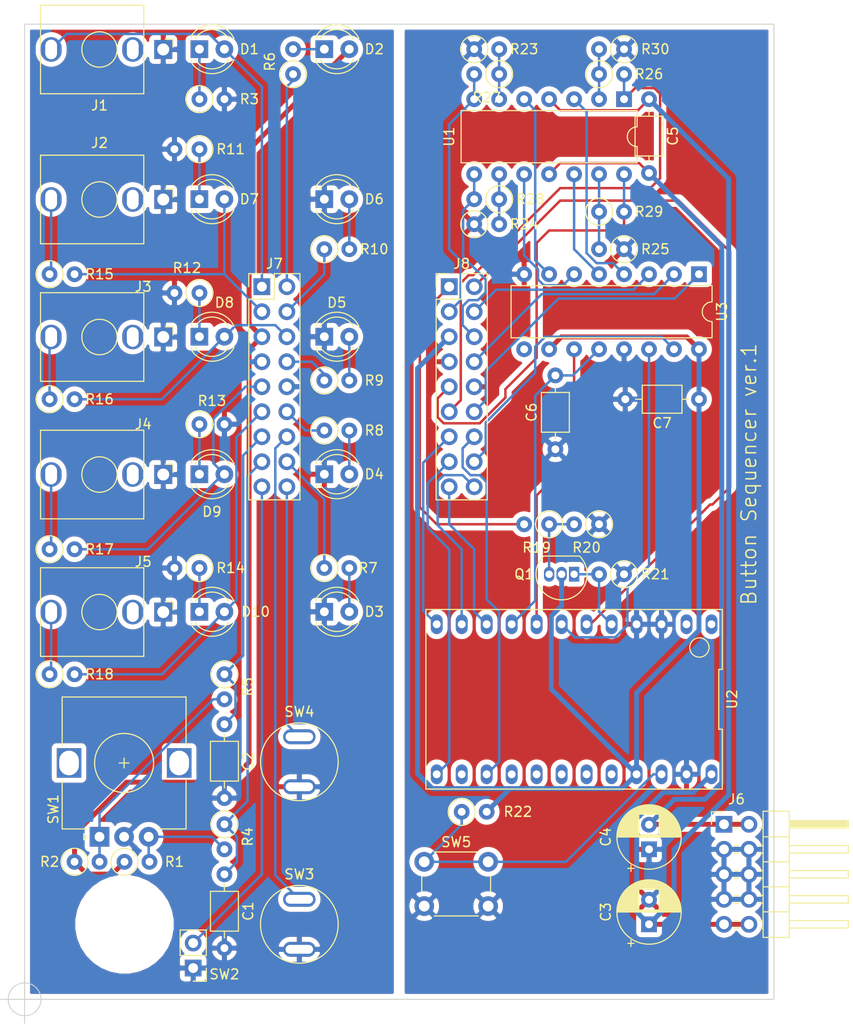
<source format=kicad_pcb>
(kicad_pcb (version 20171130) (host pcbnew "(5.1.8-0-10_14)")
  (layers (0 F.Cu signal) (31 B.Cu signal) (34 B.Paste user) (35 F.Paste user) (36 B.SilkS user) (37 F.SilkS user) (38 B.Mask user) (39 F.Mask user) (44 Edge.Cuts user))
  (net 0 "")
  (net 1 GND)
  (net 2 /Sheet62419879/re_2)
  (net 3 /Sheet62419879/re_1)
  (net 4 "Net-(D1-Pad1)")
  (net 5 /Sheet62419879/clock_in)
  (net 6 "Net-(D2-Pad1)")
  (net 7 +5V)
  (net 8 "Net-(D3-Pad2)")
  (net 9 "Net-(D4-Pad2)")
  (net 10 "Net-(D5-Pad2)")
  (net 11 "Net-(D6-Pad2)")
  (net 12 /Sheet62419879/gate_1)
  (net 13 "Net-(D7-Pad1)")
  (net 14 /Sheet62419879/gate_2)
  (net 15 "Net-(D8-Pad1)")
  (net 16 /Sheet62419879/gate_3)
  (net 17 "Net-(D9-Pad1)")
  (net 18 "Net-(D10-Pad1)")
  (net 19 /Sheet62419879/gate_4)
  (net 20 "Net-(J1-PadTN)")
  (net 21 "Net-(J2-PadTN)")
  (net 22 "Net-(J2-PadT)")
  (net 23 "Net-(J3-PadT)")
  (net 24 "Net-(J3-PadTN)")
  (net 25 "Net-(J4-PadTN)")
  (net 26 "Net-(J4-PadT)")
  (net 27 "Net-(J5-PadT)")
  (net 28 "Net-(J5-PadTN)")
  (net 29 /Sheet62419879/seq_start)
  (net 30 /Sheet62419879/select_1)
  (net 31 /Sheet62419879/select_2)
  (net 32 /Sheet62419879/select_3)
  (net 33 /Sheet62419879/sw_enter)
  (net 34 /Sheet62419879/select_4)
  (net 35 /Sheet62419879/sw_func_2)
  (net 36 /Sheet62419879/sw_func_1)
  (net 37 "Net-(R1-Pad2)")
  (net 38 "Net-(R2-Pad2)")
  (net 39 +12V)
  (net 40 -12V)
  (net 41 /Sheet62451AD7/595_latch)
  (net 42 /Sheet62451AD7/clock_in)
  (net 43 /Sheet62451AD7/seq_start)
  (net 44 /Sheet62451AD7/gate_1)
  (net 45 /Sheet62451AD7/select_1)
  (net 46 /Sheet62451AD7/gate_2)
  (net 47 /Sheet62451AD7/select_2)
  (net 48 /Sheet62451AD7/gate_3)
  (net 49 /Sheet62451AD7/gate_4)
  (net 50 /Sheet62451AD7/select_3)
  (net 51 /Sheet62451AD7/re_1)
  (net 52 /Sheet62451AD7/sw_func_2)
  (net 53 /Sheet62451AD7/re_2)
  (net 54 /Sheet62451AD7/select_4)
  (net 55 /Sheet62451AD7/sw_enter)
  (net 56 /Sheet62451AD7/sw_func_1)
  (net 57 "Net-(Q1-Pad3)")
  (net 58 /Sheet62451AD7/clock)
  (net 59 "Net-(R22-Pad1)")
  (net 60 "Net-(R23-Pad2)")
  (net 61 "Net-(R24-Pad2)")
  (net 62 "Net-(R25-Pad2)")
  (net 63 "Net-(R26-Pad2)")
  (net 64 /Sheet62451AD7/gate1)
  (net 65 /Sheet62451AD7/gate3)
  (net 66 /Sheet62451AD7/gate2)
  (net 67 /Sheet62451AD7/gate4)
  (net 68 "Net-(U2-Pad1)")
  (net 69 "Net-(U2-Pad2)")
  (net 70 "Net-(U2-Pad20)")
  (net 71 "Net-(U2-Pad19)")
  (net 72 "Net-(U2-Pad18)")
  (net 73 /Sheet62451AD7/595_data)
  (net 74 "Net-(U2-Pad17)")
  (net 75 /Sheet62451AD7/595_clock)
  (net 76 "Net-(U2-Pad16)")
  (net 77 "Net-(U2-Pad14)")
  (net 78 "Net-(U3-Pad9)")
  (module Attenuverter:MountingHole_9mm (layer F.Cu) (at 99.06 142.24)
    (fp_text reference REF** hide)
    (fp_text value MountingHole_9mm hide)
    (pad "" np_thru_hole circle (at 0 0) (size 9 9) (drill 9) (layers *.Cu *.Mask))
  )
  (module Capacitor_THT:C_Axial_L3.8mm_D2.6mm_P7.50mm_Horizontal (layer F.Cu) (at 109.22 137.16 270)
    (fp_text reference C1 (at 3.75 -2.42 90) (layer F.SilkS))
    (fp_text value 0.1u)
    (pad 2 thru_hole oval (at 7.5 0 270) (size 1.6 1.6) (drill 0.8) (layers *.Cu *.Mask) (net 1 GND))
    (pad 1 thru_hole circle (at 0 0 270) (size 1.6 1.6) (drill 0.8) (layers *.Cu *.Mask) (net 2 /Sheet62419879/re_2))
  )
  (module Capacitor_THT:C_Axial_L3.8mm_D2.6mm_P7.50mm_Horizontal (layer F.Cu) (at 109.22 121.92 270)
    (fp_text reference C2 (at 3.75 -2.42 90) (layer F.SilkS))
    (fp_text value 0.1u)
    (pad 1 thru_hole circle (at 0 0 270) (size 1.6 1.6) (drill 0.8) (layers *.Cu *.Mask) (net 3 /Sheet62419879/re_1))
    (pad 2 thru_hole oval (at 7.5 0 270) (size 1.6 1.6) (drill 0.8) (layers *.Cu *.Mask) (net 1 GND))
  )
  (module LED_THT:LED_D4.0mm (layer F.Cu) (at 106.68 53.34)
    (fp_text reference D1 (at 5.08 0) (layer F.SilkS))
    (fp_text value clock)
    (pad 1 thru_hole rect (at 0 0) (size 1.8 1.8) (drill 0.9) (layers *.Cu *.Mask) (net 4 "Net-(D1-Pad1)"))
    (pad 2 thru_hole circle (at 2.54 0) (size 1.8 1.8) (drill 0.9) (layers *.Cu *.Mask) (net 5 /Sheet62419879/clock_in))
  )
  (module LED_THT:LED_D4.0mm (layer F.Cu) (at 119.38 53.34)
    (fp_text reference D2 (at 5.08 0) (layer F.SilkS))
    (fp_text value select4)
    (pad 1 thru_hole rect (at 0 0) (size 1.8 1.8) (drill 0.9) (layers *.Cu *.Mask) (net 6 "Net-(D2-Pad1)"))
    (pad 2 thru_hole circle (at 2.54 0) (size 1.8 1.8) (drill 0.9) (layers *.Cu *.Mask) (net 7 +5V))
  )
  (module LED_THT:LED_D4.0mm (layer F.Cu) (at 119.38 110.49)
    (fp_text reference D3 (at 5.08 0) (layer F.SilkS))
    (fp_text value select4)
    (pad 1 thru_hole rect (at 0 0) (size 1.8 1.8) (drill 0.9) (layers *.Cu *.Mask) (net 1 GND))
    (pad 2 thru_hole circle (at 2.54 0) (size 1.8 1.8) (drill 0.9) (layers *.Cu *.Mask) (net 8 "Net-(D3-Pad2)"))
  )
  (module LED_THT:LED_D4.0mm (layer F.Cu) (at 119.38 96.52)
    (fp_text reference D4 (at 5.08 0) (layer F.SilkS))
    (fp_text value select3)
    (pad 2 thru_hole circle (at 2.54 0) (size 1.8 1.8) (drill 0.9) (layers *.Cu *.Mask) (net 9 "Net-(D4-Pad2)"))
    (pad 1 thru_hole rect (at 0 0) (size 1.8 1.8) (drill 0.9) (layers *.Cu *.Mask) (net 1 GND))
  )
  (module LED_THT:LED_D4.0mm (layer F.Cu) (at 119.38 82.55)
    (fp_text reference D5 (at 1.27 -3.46) (layer F.SilkS))
    (fp_text value select2)
    (pad 1 thru_hole rect (at 0 0) (size 1.8 1.8) (drill 0.9) (layers *.Cu *.Mask) (net 1 GND))
    (pad 2 thru_hole circle (at 2.54 0) (size 1.8 1.8) (drill 0.9) (layers *.Cu *.Mask) (net 10 "Net-(D5-Pad2)"))
  )
  (module LED_THT:LED_D4.0mm (layer F.Cu) (at 119.38 68.58)
    (fp_text reference D6 (at 5.08 0) (layer F.SilkS))
    (fp_text value select1)
    (pad 2 thru_hole circle (at 2.54 0) (size 1.8 1.8) (drill 0.9) (layers *.Cu *.Mask) (net 11 "Net-(D6-Pad2)"))
    (pad 1 thru_hole rect (at 0 0) (size 1.8 1.8) (drill 0.9) (layers *.Cu *.Mask) (net 1 GND))
  )
  (module LED_THT:LED_D4.0mm (layer F.Cu) (at 106.68 68.58)
    (fp_text reference D7 (at 5.08 0) (layer F.SilkS))
    (fp_text value gate1)
    (pad 2 thru_hole circle (at 2.54 0) (size 1.8 1.8) (drill 0.9) (layers *.Cu *.Mask) (net 12 /Sheet62419879/gate_1))
    (pad 1 thru_hole rect (at 0 0) (size 1.8 1.8) (drill 0.9) (layers *.Cu *.Mask) (net 13 "Net-(D7-Pad1)"))
  )
  (module LED_THT:LED_D4.0mm (layer F.Cu) (at 106.68 82.55)
    (fp_text reference D8 (at 2.54 -3.46) (layer F.SilkS))
    (fp_text value gate2)
    (pad 2 thru_hole circle (at 2.54 0) (size 1.8 1.8) (drill 0.9) (layers *.Cu *.Mask) (net 14 /Sheet62419879/gate_2))
    (pad 1 thru_hole rect (at 0 0) (size 1.8 1.8) (drill 0.9) (layers *.Cu *.Mask) (net 15 "Net-(D8-Pad1)"))
  )
  (module LED_THT:LED_D4.0mm (layer F.Cu) (at 106.68 96.52)
    (fp_text reference D9 (at 1.27 3.81) (layer F.SilkS))
    (fp_text value gate3)
    (pad 2 thru_hole circle (at 2.54 0) (size 1.8 1.8) (drill 0.9) (layers *.Cu *.Mask) (net 16 /Sheet62419879/gate_3))
    (pad 1 thru_hole rect (at 0 0) (size 1.8 1.8) (drill 0.9) (layers *.Cu *.Mask) (net 17 "Net-(D9-Pad1)"))
  )
  (module LED_THT:LED_D4.0mm (layer F.Cu) (at 106.68 110.49)
    (fp_text reference D10 (at 5.715 0) (layer F.SilkS))
    (fp_text value gate4)
    (pad 1 thru_hole rect (at 0 0) (size 1.8 1.8) (drill 0.9) (layers *.Cu *.Mask) (net 18 "Net-(D10-Pad1)"))
    (pad 2 thru_hole circle (at 2.54 0) (size 1.8 1.8) (drill 0.9) (layers *.Cu *.Mask) (net 19 /Sheet62419879/gate_4))
  )
  (module Attenuverter:mono_jack_3.5mm (layer F.Cu) (at 96.52 53.34 270)
    (fp_text reference J1 (at 5.715 0 180) (layer F.SilkS))
    (fp_text value clock_in)
    (pad TN thru_hole oval (at 0.03 -3.38 90) (size 2.5 2.13) (drill oval 2 1.2) (layers *.Cu *.Mask) (net 20 "Net-(J1-PadTN)"))
    (pad T thru_hole oval (at 0.03 4.92 90) (size 2.5 2.13) (drill oval 2 1.2) (layers *.Cu *.Mask) (net 5 /Sheet62419879/clock_in))
    (pad S thru_hole rect (at 0.03 -6.48 90) (size 1.93 1.83) (drill 1.22) (layers *.Cu *.Mask) (net 1 GND))
  )
  (module Attenuverter:mono_jack_3.5mm (layer F.Cu) (at 96.52 68.58 270)
    (fp_text reference J2 (at -5.715 0 180) (layer F.SilkS))
    (fp_text value gate_out_1)
    (pad TN thru_hole oval (at 0.03 -3.38 90) (size 2.5 2.13) (drill oval 2 1.2) (layers *.Cu *.Mask) (net 21 "Net-(J2-PadTN)"))
    (pad T thru_hole oval (at 0.03 4.92 90) (size 2.5 2.13) (drill oval 2 1.2) (layers *.Cu *.Mask) (net 22 "Net-(J2-PadT)"))
    (pad S thru_hole rect (at 0.03 -6.48 90) (size 1.93 1.83) (drill 1.22) (layers *.Cu *.Mask) (net 1 GND))
  )
  (module Attenuverter:mono_jack_3.5mm (layer F.Cu) (at 96.52 82.55 270)
    (fp_text reference J3 (at -5.08 -4.445 180) (layer F.SilkS))
    (fp_text value gate_out_2)
    (pad S thru_hole rect (at 0.03 -6.48 90) (size 1.93 1.83) (drill 1.22) (layers *.Cu *.Mask) (net 1 GND))
    (pad T thru_hole oval (at 0.03 4.92 90) (size 2.5 2.13) (drill oval 2 1.2) (layers *.Cu *.Mask) (net 23 "Net-(J3-PadT)"))
    (pad TN thru_hole oval (at 0.03 -3.38 90) (size 2.5 2.13) (drill oval 2 1.2) (layers *.Cu *.Mask) (net 24 "Net-(J3-PadTN)"))
  )
  (module Attenuverter:mono_jack_3.5mm (layer F.Cu) (at 96.52 96.52 270)
    (fp_text reference J4 (at -5.08 -4.445 180) (layer F.SilkS))
    (fp_text value gate_out_3)
    (pad TN thru_hole oval (at 0.03 -3.38 90) (size 2.5 2.13) (drill oval 2 1.2) (layers *.Cu *.Mask) (net 25 "Net-(J4-PadTN)"))
    (pad T thru_hole oval (at 0.03 4.92 90) (size 2.5 2.13) (drill oval 2 1.2) (layers *.Cu *.Mask) (net 26 "Net-(J4-PadT)"))
    (pad S thru_hole rect (at 0.03 -6.48 90) (size 1.93 1.83) (drill 1.22) (layers *.Cu *.Mask) (net 1 GND))
  )
  (module Attenuverter:mono_jack_3.5mm (layer F.Cu) (at 96.52 110.49 270)
    (fp_text reference J5 (at -5.08 -4.445 180) (layer F.SilkS))
    (fp_text value gate_out_4)
    (pad S thru_hole rect (at 0.03 -6.48 90) (size 1.93 1.83) (drill 1.22) (layers *.Cu *.Mask) (net 1 GND))
    (pad T thru_hole oval (at 0.03 4.92 90) (size 2.5 2.13) (drill oval 2 1.2) (layers *.Cu *.Mask) (net 27 "Net-(J5-PadT)"))
    (pad TN thru_hole oval (at 0.03 -3.38 90) (size 2.5 2.13) (drill oval 2 1.2) (layers *.Cu *.Mask) (net 28 "Net-(J5-PadTN)"))
  )
  (module Connector_PinHeader_2.54mm:PinHeader_2x09_P2.54mm_Vertical (layer F.Cu) (at 113.03 77.47)
    (fp_text reference J7 (at 1.27 -2.33) (layer F.SilkS))
    (fp_text value Conn_02x09_Odd_Even)
    (pad 1 thru_hole rect (at 0 0) (size 1.7 1.7) (drill 1) (layers *.Cu *.Mask) (net 5 /Sheet62419879/clock_in))
    (pad 2 thru_hole oval (at 2.54 0) (size 1.7 1.7) (drill 1) (layers *.Cu *.Mask) (net 29 /Sheet62419879/seq_start))
    (pad 3 thru_hole oval (at 0 2.54) (size 1.7 1.7) (drill 1) (layers *.Cu *.Mask) (net 12 /Sheet62419879/gate_1))
    (pad 4 thru_hole oval (at 2.54 2.54) (size 1.7 1.7) (drill 1) (layers *.Cu *.Mask) (net 30 /Sheet62419879/select_1))
    (pad 5 thru_hole oval (at 0 5.08) (size 1.7 1.7) (drill 1) (layers *.Cu *.Mask) (net 7 +5V))
    (pad 6 thru_hole oval (at 2.54 5.08) (size 1.7 1.7) (drill 1) (layers *.Cu *.Mask) (net 14 /Sheet62419879/gate_2))
    (pad 7 thru_hole oval (at 0 7.62) (size 1.7 1.7) (drill 1) (layers *.Cu *.Mask) (net 1 GND))
    (pad 8 thru_hole oval (at 2.54 7.62) (size 1.7 1.7) (drill 1) (layers *.Cu *.Mask) (net 31 /Sheet62419879/select_2))
    (pad 9 thru_hole oval (at 0 10.16) (size 1.7 1.7) (drill 1) (layers *.Cu *.Mask) (net 16 /Sheet62419879/gate_3))
    (pad 10 thru_hole oval (at 2.54 10.16) (size 1.7 1.7) (drill 1) (layers *.Cu *.Mask) (net 1 GND))
    (pad 11 thru_hole oval (at 0 12.7) (size 1.7 1.7) (drill 1) (layers *.Cu *.Mask) (net 19 /Sheet62419879/gate_4))
    (pad 12 thru_hole oval (at 2.54 12.7) (size 1.7 1.7) (drill 1) (layers *.Cu *.Mask) (net 32 /Sheet62419879/select_3))
    (pad 13 thru_hole oval (at 0 15.24) (size 1.7 1.7) (drill 1) (layers *.Cu *.Mask) (net 3 /Sheet62419879/re_1))
    (pad 14 thru_hole oval (at 2.54 15.24) (size 1.7 1.7) (drill 1) (layers *.Cu *.Mask) (net 35 /Sheet62419879/sw_func_2))
    (pad 15 thru_hole oval (at 0 17.78) (size 1.7 1.7) (drill 1) (layers *.Cu *.Mask) (net 2 /Sheet62419879/re_2))
    (pad 16 thru_hole oval (at 2.54 17.78) (size 1.7 1.7) (drill 1) (layers *.Cu *.Mask) (net 34 /Sheet62419879/select_4))
    (pad 17 thru_hole oval (at 0 20.32) (size 1.7 1.7) (drill 1) (layers *.Cu *.Mask) (net 33 /Sheet62419879/sw_enter))
    (pad 18 thru_hole oval (at 2.54 20.32) (size 1.7 1.7) (drill 1) (layers *.Cu *.Mask) (net 36 /Sheet62419879/sw_func_1))
  )
  (module Resistor_THT:R_Axial_DIN0207_L6.3mm_D2.5mm_P2.54mm_Vertical (layer F.Cu) (at 99.06 135.89)
    (fp_text reference R1 (at 5.08 0) (layer F.SilkS))
    (fp_text value 10k)
    (pad 1 thru_hole circle (at 0 0) (size 1.6 1.6) (drill 0.8) (layers *.Cu *.Mask) (net 7 +5V))
    (pad 2 thru_hole oval (at 2.54 0) (size 1.6 1.6) (drill 0.8) (layers *.Cu *.Mask) (net 37 "Net-(R1-Pad2)"))
  )
  (module Resistor_THT:R_Axial_DIN0207_L6.3mm_D2.5mm_P2.54mm_Vertical (layer F.Cu) (at 93.98 135.89)
    (fp_text reference R2 (at -2.54 0) (layer F.SilkS))
    (fp_text value 10k)
    (pad 2 thru_hole oval (at 2.54 0) (size 1.6 1.6) (drill 0.8) (layers *.Cu *.Mask) (net 38 "Net-(R2-Pad2)"))
    (pad 1 thru_hole circle (at 0 0) (size 1.6 1.6) (drill 0.8) (layers *.Cu *.Mask) (net 7 +5V))
  )
  (module Resistor_THT:R_Axial_DIN0207_L6.3mm_D2.5mm_P2.54mm_Vertical (layer F.Cu) (at 106.68 58.42)
    (fp_text reference R3 (at 5.08 0) (layer F.SilkS))
    (fp_text value 10k)
    (pad 1 thru_hole circle (at 0 0) (size 1.6 1.6) (drill 0.8) (layers *.Cu *.Mask) (net 4 "Net-(D1-Pad1)"))
    (pad 2 thru_hole oval (at 2.54 0) (size 1.6 1.6) (drill 0.8) (layers *.Cu *.Mask) (net 1 GND))
  )
  (module Resistor_THT:R_Axial_DIN0207_L6.3mm_D2.5mm_P2.54mm_Vertical (layer F.Cu) (at 109.22 132.08 270)
    (fp_text reference R4 (at 1.27 -2.37 90) (layer F.SilkS))
    (fp_text value 10k)
    (pad 2 thru_hole oval (at 2.54 0 270) (size 1.6 1.6) (drill 0.8) (layers *.Cu *.Mask) (net 37 "Net-(R1-Pad2)"))
    (pad 1 thru_hole circle (at 0 0 270) (size 1.6 1.6) (drill 0.8) (layers *.Cu *.Mask) (net 2 /Sheet62419879/re_2))
  )
  (module Resistor_THT:R_Axial_DIN0207_L6.3mm_D2.5mm_P2.54mm_Vertical (layer F.Cu) (at 109.22 116.84 270)
    (fp_text reference R5 (at 1.27 -2.37 90) (layer F.SilkS))
    (fp_text value 10k)
    (pad 2 thru_hole oval (at 2.54 0 270) (size 1.6 1.6) (drill 0.8) (layers *.Cu *.Mask) (net 38 "Net-(R2-Pad2)"))
    (pad 1 thru_hole circle (at 0 0 270) (size 1.6 1.6) (drill 0.8) (layers *.Cu *.Mask) (net 3 /Sheet62419879/re_1))
  )
  (module Resistor_THT:R_Axial_DIN0207_L6.3mm_D2.5mm_P2.54mm_Vertical (layer F.Cu) (at 116.205 55.88 90)
    (fp_text reference R6 (at 1.27 -2.37 90) (layer F.SilkS))
    (fp_text value 1k)
    (pad 1 thru_hole circle (at 0 0 90) (size 1.6 1.6) (drill 0.8) (layers *.Cu *.Mask) (net 29 /Sheet62419879/seq_start))
    (pad 2 thru_hole oval (at 2.54 0 90) (size 1.6 1.6) (drill 0.8) (layers *.Cu *.Mask) (net 6 "Net-(D2-Pad1)"))
  )
  (module Resistor_THT:R_Axial_DIN0207_L6.3mm_D2.5mm_P2.54mm_Vertical (layer F.Cu) (at 119.38 106.045)
    (fp_text reference R7 (at 4.445 0) (layer F.SilkS))
    (fp_text value 1k)
    (pad 1 thru_hole circle (at 0 0) (size 1.6 1.6) (drill 0.8) (layers *.Cu *.Mask) (net 34 /Sheet62419879/select_4))
    (pad 2 thru_hole oval (at 2.54 0) (size 1.6 1.6) (drill 0.8) (layers *.Cu *.Mask) (net 8 "Net-(D3-Pad2)"))
  )
  (module Resistor_THT:R_Axial_DIN0207_L6.3mm_D2.5mm_P2.54mm_Vertical (layer F.Cu) (at 119.38 92.075)
    (fp_text reference R8 (at 5.08 0) (layer F.SilkS))
    (fp_text value 1k)
    (pad 2 thru_hole oval (at 2.54 0) (size 1.6 1.6) (drill 0.8) (layers *.Cu *.Mask) (net 9 "Net-(D4-Pad2)"))
    (pad 1 thru_hole circle (at 0 0) (size 1.6 1.6) (drill 0.8) (layers *.Cu *.Mask) (net 32 /Sheet62419879/select_3))
  )
  (module Resistor_THT:R_Axial_DIN0207_L6.3mm_D2.5mm_P2.54mm_Vertical (layer F.Cu) (at 119.38 86.995)
    (fp_text reference R9 (at 5.08 0) (layer F.SilkS))
    (fp_text value 1k)
    (pad 1 thru_hole circle (at 0 0) (size 1.6 1.6) (drill 0.8) (layers *.Cu *.Mask) (net 31 /Sheet62419879/select_2))
    (pad 2 thru_hole oval (at 2.54 0) (size 1.6 1.6) (drill 0.8) (layers *.Cu *.Mask) (net 10 "Net-(D5-Pad2)"))
  )
  (module Resistor_THT:R_Axial_DIN0207_L6.3mm_D2.5mm_P2.54mm_Vertical (layer F.Cu) (at 119.38 73.66)
    (fp_text reference R10 (at 5.08 0) (layer F.SilkS))
    (fp_text value 1k)
    (pad 2 thru_hole oval (at 2.54 0) (size 1.6 1.6) (drill 0.8) (layers *.Cu *.Mask) (net 11 "Net-(D6-Pad2)"))
    (pad 1 thru_hole circle (at 0 0) (size 1.6 1.6) (drill 0.8) (layers *.Cu *.Mask) (net 30 /Sheet62419879/select_1))
  )
  (module Resistor_THT:R_Axial_DIN0207_L6.3mm_D2.5mm_P2.54mm_Vertical (layer F.Cu) (at 106.68 63.5 180)
    (fp_text reference R11 (at -3.175 0) (layer F.SilkS))
    (fp_text value 3.3k)
    (pad 1 thru_hole circle (at 0 0 180) (size 1.6 1.6) (drill 0.8) (layers *.Cu *.Mask) (net 13 "Net-(D7-Pad1)"))
    (pad 2 thru_hole oval (at 2.54 0 180) (size 1.6 1.6) (drill 0.8) (layers *.Cu *.Mask) (net 1 GND))
  )
  (module Resistor_THT:R_Axial_DIN0207_L6.3mm_D2.5mm_P2.54mm_Vertical (layer F.Cu) (at 106.68 78.105 180)
    (fp_text reference R12 (at 1.27 2.54) (layer F.SilkS))
    (fp_text value 3.3k)
    (pad 1 thru_hole circle (at 0 0 180) (size 1.6 1.6) (drill 0.8) (layers *.Cu *.Mask) (net 15 "Net-(D8-Pad1)"))
    (pad 2 thru_hole oval (at 2.54 0 180) (size 1.6 1.6) (drill 0.8) (layers *.Cu *.Mask) (net 1 GND))
  )
  (module Resistor_THT:R_Axial_DIN0207_L6.3mm_D2.5mm_P2.54mm_Vertical (layer F.Cu) (at 106.68 91.44)
    (fp_text reference R13 (at 1.27 -2.37) (layer F.SilkS))
    (fp_text value 3.3k)
    (pad 2 thru_hole oval (at 2.54 0) (size 1.6 1.6) (drill 0.8) (layers *.Cu *.Mask) (net 1 GND))
    (pad 1 thru_hole circle (at 0 0) (size 1.6 1.6) (drill 0.8) (layers *.Cu *.Mask) (net 17 "Net-(D9-Pad1)"))
  )
  (module Resistor_THT:R_Axial_DIN0207_L6.3mm_D2.5mm_P2.54mm_Vertical (layer F.Cu) (at 106.68 106.045 180)
    (fp_text reference R14 (at -3.175 0) (layer F.SilkS))
    (fp_text value 3.3k)
    (pad 1 thru_hole circle (at 0 0 180) (size 1.6 1.6) (drill 0.8) (layers *.Cu *.Mask) (net 18 "Net-(D10-Pad1)"))
    (pad 2 thru_hole oval (at 2.54 0 180) (size 1.6 1.6) (drill 0.8) (layers *.Cu *.Mask) (net 1 GND))
  )
  (module Resistor_THT:R_Axial_DIN0207_L6.3mm_D2.5mm_P2.54mm_Vertical (layer F.Cu) (at 91.44 76.2)
    (fp_text reference R15 (at 5.08 0) (layer F.SilkS))
    (fp_text value 1k)
    (pad 2 thru_hole oval (at 2.54 0) (size 1.6 1.6) (drill 0.8) (layers *.Cu *.Mask) (net 12 /Sheet62419879/gate_1))
    (pad 1 thru_hole circle (at 0 0) (size 1.6 1.6) (drill 0.8) (layers *.Cu *.Mask) (net 22 "Net-(J2-PadT)"))
  )
  (module Resistor_THT:R_Axial_DIN0207_L6.3mm_D2.5mm_P2.54mm_Vertical (layer F.Cu) (at 91.44 88.9)
    (fp_text reference R16 (at 5.08 0) (layer F.SilkS))
    (fp_text value 1k)
    (pad 2 thru_hole oval (at 2.54 0) (size 1.6 1.6) (drill 0.8) (layers *.Cu *.Mask) (net 14 /Sheet62419879/gate_2))
    (pad 1 thru_hole circle (at 0 0) (size 1.6 1.6) (drill 0.8) (layers *.Cu *.Mask) (net 23 "Net-(J3-PadT)"))
  )
  (module Resistor_THT:R_Axial_DIN0207_L6.3mm_D2.5mm_P2.54mm_Vertical (layer F.Cu) (at 91.44 104.14)
    (fp_text reference R17 (at 5.08 0) (layer F.SilkS))
    (fp_text value 1k)
    (pad 2 thru_hole oval (at 2.54 0) (size 1.6 1.6) (drill 0.8) (layers *.Cu *.Mask) (net 16 /Sheet62419879/gate_3))
    (pad 1 thru_hole circle (at 0 0) (size 1.6 1.6) (drill 0.8) (layers *.Cu *.Mask) (net 26 "Net-(J4-PadT)"))
  )
  (module Resistor_THT:R_Axial_DIN0207_L6.3mm_D2.5mm_P2.54mm_Vertical (layer F.Cu) (at 91.44 116.84)
    (fp_text reference R18 (at 5.08 0) (layer F.SilkS))
    (fp_text value 1k)
    (pad 1 thru_hole circle (at 0 0) (size 1.6 1.6) (drill 0.8) (layers *.Cu *.Mask) (net 27 "Net-(J5-PadT)"))
    (pad 2 thru_hole oval (at 2.54 0) (size 1.6 1.6) (drill 0.8) (layers *.Cu *.Mask) (net 19 /Sheet62419879/gate_4))
  )
  (module Rotary_Encoder:RotaryEncoder_Alps_EC12E_Vertical_H20mm (layer F.Cu) (at 96.52 133.35 90)
    (fp_text reference SW1 (at 2.8 -4.7 90) (layer F.SilkS))
    (fp_text value Rotary_Encoder)
    (pad MP thru_hole rect (at 7.5 8.1 90) (size 3 2.5) (drill oval 2.5 2) (layers *.Cu *.Mask))
    (pad MP thru_hole rect (at 7.5 -3.1 90) (size 3 2.5) (drill oval 2.5 2) (layers *.Cu *.Mask))
    (pad B thru_hole circle (at 0 5 90) (size 2 2) (drill 1) (layers *.Cu *.Mask) (net 37 "Net-(R1-Pad2)"))
    (pad C thru_hole circle (at 0 2.5 90) (size 2 2) (drill 1) (layers *.Cu *.Mask) (net 1 GND))
    (pad A thru_hole rect (at 0 0 90) (size 2 2) (drill 1) (layers *.Cu *.Mask) (net 38 "Net-(R2-Pad2)"))
  )
  (module Attenuverter:push_button (layer F.Cu) (at 116.84 142.24 180)
    (fp_text reference SW3 (at 0 5.08) (layer F.SilkS))
    (fp_text value func2)
    (pad 1 thru_hole oval (at 0 -2.54 180) (size 3.3 1.524) (drill oval 2.8 0.9) (layers *.Cu *.Mask) (net 1 GND))
    (pad 2 thru_hole oval (at 0 2.54 180) (size 3.3 1.524) (drill oval 2.8 0.9) (layers *.Cu *.Mask) (net 35 /Sheet62419879/sw_func_2))
  )
  (module Attenuverter:push_button (layer F.Cu) (at 116.84 125.73 180)
    (fp_text reference SW4 (at 0 5.08) (layer F.SilkS))
    (fp_text value function)
    (pad 1 thru_hole oval (at 0 -2.54 180) (size 3.3 1.524) (drill oval 2.8 0.9) (layers *.Cu *.Mask) (net 1 GND))
    (pad 2 thru_hole oval (at 0 2.54 180) (size 3.3 1.524) (drill oval 2.8 0.9) (layers *.Cu *.Mask) (net 36 /Sheet62419879/sw_func_1))
  )
  (module Connector_PinHeader_2.54mm:PinHeader_1x02_P2.54mm_Vertical (layer F.Cu) (at 106.045 146.685 180)
    (fp_text reference SW2 (at -3.175 -0.635) (layer F.SilkS))
    (fp_text value enter)
    (pad 2 thru_hole oval (at 0 2.54 180) (size 1.7 1.7) (drill 1) (layers *.Cu *.Mask) (net 33 /Sheet62419879/sw_enter))
    (pad 1 thru_hole rect (at 0 0 180) (size 1.7 1.7) (drill 1) (layers *.Cu *.Mask) (net 1 GND))
  )
  (module Capacitor_THT:CP_Radial_D6.3mm_P2.50mm (layer F.Cu) (at 152.4 142.24 90)
    (fp_text reference C3 (at 1.25 -4.4 90) (layer F.SilkS))
    (fp_text value 100u)
    (pad 1 thru_hole rect (at 0 0 90) (size 1.6 1.6) (drill 0.8) (layers *.Cu *.Mask) (net 39 +12V))
    (pad 2 thru_hole circle (at 2.5 0 90) (size 1.6 1.6) (drill 0.8) (layers *.Cu *.Mask) (net 1 GND))
  )
  (module Capacitor_THT:CP_Radial_D6.3mm_P2.50mm (layer F.Cu) (at 152.4 134.62 90)
    (fp_text reference C4 (at 1.25 -4.4 90) (layer F.SilkS))
    (fp_text value 100u)
    (pad 2 thru_hole circle (at 2.5 0 90) (size 1.6 1.6) (drill 0.8) (layers *.Cu *.Mask) (net 40 -12V))
    (pad 1 thru_hole rect (at 0 0 90) (size 1.6 1.6) (drill 0.8) (layers *.Cu *.Mask) (net 1 GND))
  )
  (module Capacitor_THT:C_Axial_L3.8mm_D2.6mm_P7.50mm_Horizontal (layer F.Cu) (at 152.4 58.42 270)
    (fp_text reference C5 (at 3.75 -2.42 90) (layer F.SilkS))
    (fp_text value 0.1u)
    (pad 1 thru_hole circle (at 0 0 270) (size 1.6 1.6) (drill 0.8) (layers *.Cu *.Mask) (net 39 +12V))
    (pad 2 thru_hole oval (at 7.5 0 270) (size 1.6 1.6) (drill 0.8) (layers *.Cu *.Mask) (net 40 -12V))
  )
  (module Capacitor_THT:C_Axial_L3.8mm_D2.6mm_P7.50mm_Horizontal (layer F.Cu) (at 142.875 93.98 90)
    (fp_text reference C6 (at 3.75 -2.42 90) (layer F.SilkS))
    (fp_text value 0.1u)
    (pad 2 thru_hole oval (at 7.5 0 90) (size 1.6 1.6) (drill 0.8) (layers *.Cu *.Mask) (net 41 /Sheet62451AD7/595_latch))
    (pad 1 thru_hole circle (at 0 0 90) (size 1.6 1.6) (drill 0.8) (layers *.Cu *.Mask) (net 1 GND))
  )
  (module Capacitor_THT:C_Axial_L3.8mm_D2.6mm_P7.50mm_Horizontal (layer F.Cu) (at 157.48 88.9 180)
    (fp_text reference C7 (at 3.75 -2.42) (layer F.SilkS))
    (fp_text value 0.1u)
    (pad 1 thru_hole circle (at 0 0 180) (size 1.6 1.6) (drill 0.8) (layers *.Cu *.Mask) (net 7 +5V))
    (pad 2 thru_hole oval (at 7.5 0 180) (size 1.6 1.6) (drill 0.8) (layers *.Cu *.Mask) (net 1 GND))
  )
  (module Connector_PinHeader_2.54mm:PinHeader_2x05_P2.54mm_Horizontal (layer F.Cu) (at 160.02 132.08)
    (fp_text reference J6 (at 1.27 -2.54) (layer F.SilkS))
    (fp_text value power_bus)
    (pad 1 thru_hole rect (at 0 0) (size 1.7 1.7) (drill 1) (layers *.Cu *.Mask) (net 40 -12V))
    (pad 2 thru_hole oval (at 2.54 0) (size 1.7 1.7) (drill 1) (layers *.Cu *.Mask) (net 40 -12V))
    (pad 3 thru_hole oval (at 0 2.54) (size 1.7 1.7) (drill 1) (layers *.Cu *.Mask) (net 1 GND))
    (pad 4 thru_hole oval (at 2.54 2.54) (size 1.7 1.7) (drill 1) (layers *.Cu *.Mask) (net 1 GND))
    (pad 5 thru_hole oval (at 0 5.08) (size 1.7 1.7) (drill 1) (layers *.Cu *.Mask) (net 1 GND))
    (pad 6 thru_hole oval (at 2.54 5.08) (size 1.7 1.7) (drill 1) (layers *.Cu *.Mask) (net 1 GND))
    (pad 7 thru_hole oval (at 0 7.62) (size 1.7 1.7) (drill 1) (layers *.Cu *.Mask) (net 1 GND))
    (pad 8 thru_hole oval (at 2.54 7.62) (size 1.7 1.7) (drill 1) (layers *.Cu *.Mask) (net 1 GND))
    (pad 9 thru_hole oval (at 0 10.16) (size 1.7 1.7) (drill 1) (layers *.Cu *.Mask) (net 39 +12V))
    (pad 10 thru_hole oval (at 2.54 10.16) (size 1.7 1.7) (drill 1) (layers *.Cu *.Mask) (net 39 +12V))
  )
  (module Connector_PinHeader_2.54mm:PinHeader_2x09_P2.54mm_Vertical (layer F.Cu) (at 132.08 77.47)
    (fp_text reference J8 (at 1.27 -2.33) (layer F.SilkS))
    (fp_text value Conn_02x09_Odd_Even)
    (pad 1 thru_hole rect (at 0 0) (size 1.7 1.7) (drill 1) (layers *.Cu *.Mask) (net 42 /Sheet62451AD7/clock_in))
    (pad 2 thru_hole oval (at 2.54 0) (size 1.7 1.7) (drill 1) (layers *.Cu *.Mask) (net 43 /Sheet62451AD7/seq_start))
    (pad 3 thru_hole oval (at 0 2.54) (size 1.7 1.7) (drill 1) (layers *.Cu *.Mask) (net 44 /Sheet62451AD7/gate_1))
    (pad 4 thru_hole oval (at 2.54 2.54) (size 1.7 1.7) (drill 1) (layers *.Cu *.Mask) (net 45 /Sheet62451AD7/select_1))
    (pad 5 thru_hole oval (at 0 5.08) (size 1.7 1.7) (drill 1) (layers *.Cu *.Mask) (net 7 +5V))
    (pad 6 thru_hole oval (at 2.54 5.08) (size 1.7 1.7) (drill 1) (layers *.Cu *.Mask) (net 46 /Sheet62451AD7/gate_2))
    (pad 7 thru_hole oval (at 0 7.62) (size 1.7 1.7) (drill 1) (layers *.Cu *.Mask) (net 1 GND))
    (pad 8 thru_hole oval (at 2.54 7.62) (size 1.7 1.7) (drill 1) (layers *.Cu *.Mask) (net 47 /Sheet62451AD7/select_2))
    (pad 9 thru_hole oval (at 0 10.16) (size 1.7 1.7) (drill 1) (layers *.Cu *.Mask) (net 48 /Sheet62451AD7/gate_3))
    (pad 10 thru_hole oval (at 2.54 10.16) (size 1.7 1.7) (drill 1) (layers *.Cu *.Mask) (net 1 GND))
    (pad 11 thru_hole oval (at 0 12.7) (size 1.7 1.7) (drill 1) (layers *.Cu *.Mask) (net 49 /Sheet62451AD7/gate_4))
    (pad 12 thru_hole oval (at 2.54 12.7) (size 1.7 1.7) (drill 1) (layers *.Cu *.Mask) (net 50 /Sheet62451AD7/select_3))
    (pad 13 thru_hole oval (at 0 15.24) (size 1.7 1.7) (drill 1) (layers *.Cu *.Mask) (net 51 /Sheet62451AD7/re_1))
    (pad 14 thru_hole oval (at 2.54 15.24) (size 1.7 1.7) (drill 1) (layers *.Cu *.Mask) (net 52 /Sheet62451AD7/sw_func_2))
    (pad 15 thru_hole oval (at 0 17.78) (size 1.7 1.7) (drill 1) (layers *.Cu *.Mask) (net 53 /Sheet62451AD7/re_2))
    (pad 16 thru_hole oval (at 2.54 17.78) (size 1.7 1.7) (drill 1) (layers *.Cu *.Mask) (net 54 /Sheet62451AD7/select_4))
    (pad 17 thru_hole oval (at 0 20.32) (size 1.7 1.7) (drill 1) (layers *.Cu *.Mask) (net 55 /Sheet62451AD7/sw_enter))
    (pad 18 thru_hole oval (at 2.54 20.32) (size 1.7 1.7) (drill 1) (layers *.Cu *.Mask) (net 56 /Sheet62451AD7/sw_func_1))
  )
  (module Package_TO_SOT_THT:TO-92_Inline (layer F.Cu) (at 144.78 106.68 180)
    (fp_text reference Q1 (at 5.08 0) (layer F.SilkS))
    (fp_text value 2SC1815)
    (pad 2 thru_hole oval (at 1.27 0 180) (size 1.05 1.5) (drill 0.75) (layers *.Cu *.Mask) (net 7 +5V))
    (pad 3 thru_hole oval (at 2.54 0 180) (size 1.05 1.5) (drill 0.75) (layers *.Cu *.Mask) (net 57 "Net-(Q1-Pad3)"))
    (pad 1 thru_hole rect (at 0 0 180) (size 1.05 1.5) (drill 0.75) (layers *.Cu *.Mask) (net 58 /Sheet62451AD7/clock))
  )
  (module Resistor_THT:R_Axial_DIN0207_L6.3mm_D2.5mm_P2.54mm_Vertical (layer F.Cu) (at 142.24 101.6 180)
    (fp_text reference R19 (at 1.27 -2.37) (layer F.SilkS))
    (fp_text value 100k)
    (pad 1 thru_hole circle (at 0 0 180) (size 1.6 1.6) (drill 0.8) (layers *.Cu *.Mask) (net 57 "Net-(Q1-Pad3)"))
    (pad 2 thru_hole oval (at 2.54 0 180) (size 1.6 1.6) (drill 0.8) (layers *.Cu *.Mask) (net 42 /Sheet62451AD7/clock_in))
  )
  (module Resistor_THT:R_Axial_DIN0207_L6.3mm_D2.5mm_P2.54mm_Vertical (layer F.Cu) (at 147.32 101.6 180)
    (fp_text reference R20 (at 1.27 -2.37) (layer F.SilkS))
    (fp_text value 100k)
    (pad 2 thru_hole oval (at 2.54 0 180) (size 1.6 1.6) (drill 0.8) (layers *.Cu *.Mask) (net 57 "Net-(Q1-Pad3)"))
    (pad 1 thru_hole circle (at 0 0 180) (size 1.6 1.6) (drill 0.8) (layers *.Cu *.Mask) (net 1 GND))
  )
  (module Resistor_THT:R_Axial_DIN0207_L6.3mm_D2.5mm_P2.54mm_Vertical (layer F.Cu) (at 149.86 106.68 180)
    (fp_text reference R21 (at -3.175 0) (layer F.SilkS))
    (fp_text value 100k)
    (pad 1 thru_hole circle (at 0 0 180) (size 1.6 1.6) (drill 0.8) (layers *.Cu *.Mask) (net 1 GND))
    (pad 2 thru_hole oval (at 2.54 0 180) (size 1.6 1.6) (drill 0.8) (layers *.Cu *.Mask) (net 58 /Sheet62451AD7/clock))
  )
  (module Resistor_THT:R_Axial_DIN0207_L6.3mm_D2.5mm_P2.54mm_Vertical (layer F.Cu) (at 133.35 130.81)
    (fp_text reference R22 (at 5.715 0) (layer F.SilkS))
    (fp_text value 10k)
    (pad 2 thru_hole oval (at 2.54 0) (size 1.6 1.6) (drill 0.8) (layers *.Cu *.Mask) (net 7 +5V))
    (pad 1 thru_hole circle (at 0 0) (size 1.6 1.6) (drill 0.8) (layers *.Cu *.Mask) (net 59 "Net-(R22-Pad1)"))
  )
  (module Resistor_THT:R_Axial_DIN0207_L6.3mm_D2.5mm_P2.54mm_Vertical (layer F.Cu) (at 134.62 53.34)
    (fp_text reference R23 (at 5.08 0) (layer F.SilkS))
    (fp_text value 10k)
    (pad 1 thru_hole circle (at 0 0) (size 1.6 1.6) (drill 0.8) (layers *.Cu *.Mask) (net 1 GND))
    (pad 2 thru_hole oval (at 2.54 0) (size 1.6 1.6) (drill 0.8) (layers *.Cu *.Mask) (net 60 "Net-(R23-Pad2)"))
  )
  (module Resistor_THT:R_Axial_DIN0207_L6.3mm_D2.5mm_P2.54mm_Vertical (layer F.Cu) (at 134.62 71.12)
    (fp_text reference R24 (at 5.08 0) (layer F.SilkS))
    (fp_text value 10k)
    (pad 1 thru_hole circle (at 0 0) (size 1.6 1.6) (drill 0.8) (layers *.Cu *.Mask) (net 1 GND))
    (pad 2 thru_hole oval (at 2.54 0) (size 1.6 1.6) (drill 0.8) (layers *.Cu *.Mask) (net 61 "Net-(R24-Pad2)"))
  )
  (module Resistor_THT:R_Axial_DIN0207_L6.3mm_D2.5mm_P2.54mm_Vertical (layer F.Cu) (at 149.86 73.66 180)
    (fp_text reference R25 (at -3.175 0) (layer F.SilkS))
    (fp_text value 10k)
    (pad 1 thru_hole circle (at 0 0 180) (size 1.6 1.6) (drill 0.8) (layers *.Cu *.Mask) (net 1 GND))
    (pad 2 thru_hole oval (at 2.54 0 180) (size 1.6 1.6) (drill 0.8) (layers *.Cu *.Mask) (net 62 "Net-(R25-Pad2)"))
  )
  (module Resistor_THT:R_Axial_DIN0207_L6.3mm_D2.5mm_P2.54mm_Vertical (layer F.Cu) (at 149.86 53.34 180)
    (fp_text reference R26 (at -2.54 -2.54) (layer F.SilkS))
    (fp_text value 10k)
    (pad 1 thru_hole circle (at 0 0 180) (size 1.6 1.6) (drill 0.8) (layers *.Cu *.Mask) (net 1 GND))
    (pad 2 thru_hole oval (at 2.54 0 180) (size 1.6 1.6) (drill 0.8) (layers *.Cu *.Mask) (net 63 "Net-(R26-Pad2)"))
  )
  (module Resistor_THT:R_Axial_DIN0207_L6.3mm_D2.5mm_P2.54mm_Vertical (layer F.Cu) (at 137.16 55.88 180)
    (fp_text reference R27 (at 1.27 -2.37) (layer F.SilkS))
    (fp_text value 10k)
    (pad 2 thru_hole oval (at 2.54 0 180) (size 1.6 1.6) (drill 0.8) (layers *.Cu *.Mask) (net 44 /Sheet62451AD7/gate_1))
    (pad 1 thru_hole circle (at 0 0 180) (size 1.6 1.6) (drill 0.8) (layers *.Cu *.Mask) (net 60 "Net-(R23-Pad2)"))
  )
  (module Resistor_THT:R_Axial_DIN0207_L6.3mm_D2.5mm_P2.54mm_Vertical (layer F.Cu) (at 137.16 68.58 180)
    (fp_text reference R28 (at -3.175 0) (layer F.SilkS))
    (fp_text value 10k)
    (pad 2 thru_hole oval (at 2.54 0 180) (size 1.6 1.6) (drill 0.8) (layers *.Cu *.Mask) (net 46 /Sheet62451AD7/gate_2))
    (pad 1 thru_hole circle (at 0 0 180) (size 1.6 1.6) (drill 0.8) (layers *.Cu *.Mask) (net 61 "Net-(R24-Pad2)"))
  )
  (module Resistor_THT:R_Axial_DIN0207_L6.3mm_D2.5mm_P2.54mm_Vertical (layer F.Cu) (at 147.32 69.85)
    (fp_text reference R29 (at 5.08 0) (layer F.SilkS))
    (fp_text value 10k)
    (pad 2 thru_hole oval (at 2.54 0) (size 1.6 1.6) (drill 0.8) (layers *.Cu *.Mask) (net 48 /Sheet62451AD7/gate_3))
    (pad 1 thru_hole circle (at 0 0) (size 1.6 1.6) (drill 0.8) (layers *.Cu *.Mask) (net 62 "Net-(R25-Pad2)"))
  )
  (module Resistor_THT:R_Axial_DIN0207_L6.3mm_D2.5mm_P2.54mm_Vertical (layer F.Cu) (at 147.32 55.88)
    (fp_text reference R30 (at 5.715 -2.54) (layer F.SilkS))
    (fp_text value 10k)
    (pad 2 thru_hole oval (at 2.54 0) (size 1.6 1.6) (drill 0.8) (layers *.Cu *.Mask) (net 49 /Sheet62451AD7/gate_4))
    (pad 1 thru_hole circle (at 0 0) (size 1.6 1.6) (drill 0.8) (layers *.Cu *.Mask) (net 63 "Net-(R26-Pad2)"))
  )
  (module Button_Switch_THT:SW_PUSH_6mm (layer F.Cu) (at 129.54 135.89)
    (fp_text reference SW5 (at 3.25 -2) (layer F.SilkS))
    (fp_text value SW_Push)
    (pad 2 thru_hole circle (at 0 4.5 90) (size 2 2) (drill 1.1) (layers *.Cu *.Mask) (net 1 GND))
    (pad 1 thru_hole circle (at 0 0 90) (size 2 2) (drill 1.1) (layers *.Cu *.Mask) (net 59 "Net-(R22-Pad1)"))
    (pad 2 thru_hole circle (at 6.5 4.5 90) (size 2 2) (drill 1.1) (layers *.Cu *.Mask) (net 1 GND))
    (pad 1 thru_hole circle (at 6.5 0 90) (size 2 2) (drill 1.1) (layers *.Cu *.Mask) (net 59 "Net-(R22-Pad1)"))
  )
  (module Package_DIP:DIP-14_W7.62mm (layer F.Cu) (at 149.86 58.42 270)
    (fp_text reference U1 (at 3.81 17.78 90) (layer F.SilkS))
    (fp_text value TL074)
    (pad 1 thru_hole rect (at 0 0 270) (size 1.6 1.6) (drill 0.8) (layers *.Cu *.Mask) (net 49 /Sheet62451AD7/gate_4))
    (pad 8 thru_hole oval (at 7.62 15.24 270) (size 1.6 1.6) (drill 0.8) (layers *.Cu *.Mask) (net 46 /Sheet62451AD7/gate_2))
    (pad 2 thru_hole oval (at 0 2.54 270) (size 1.6 1.6) (drill 0.8) (layers *.Cu *.Mask) (net 63 "Net-(R26-Pad2)"))
    (pad 9 thru_hole oval (at 7.62 12.7 270) (size 1.6 1.6) (drill 0.8) (layers *.Cu *.Mask) (net 61 "Net-(R24-Pad2)"))
    (pad 3 thru_hole oval (at 0 5.08 270) (size 1.6 1.6) (drill 0.8) (layers *.Cu *.Mask) (net 67 /Sheet62451AD7/gate4))
    (pad 10 thru_hole oval (at 7.62 10.16 270) (size 1.6 1.6) (drill 0.8) (layers *.Cu *.Mask) (net 66 /Sheet62451AD7/gate2))
    (pad 4 thru_hole oval (at 0 7.62 270) (size 1.6 1.6) (drill 0.8) (layers *.Cu *.Mask) (net 39 +12V))
    (pad 11 thru_hole oval (at 7.62 7.62 270) (size 1.6 1.6) (drill 0.8) (layers *.Cu *.Mask) (net 40 -12V))
    (pad 5 thru_hole oval (at 0 10.16 270) (size 1.6 1.6) (drill 0.8) (layers *.Cu *.Mask) (net 64 /Sheet62451AD7/gate1))
    (pad 12 thru_hole oval (at 7.62 5.08 270) (size 1.6 1.6) (drill 0.8) (layers *.Cu *.Mask) (net 65 /Sheet62451AD7/gate3))
    (pad 6 thru_hole oval (at 0 12.7 270) (size 1.6 1.6) (drill 0.8) (layers *.Cu *.Mask) (net 60 "Net-(R23-Pad2)"))
    (pad 13 thru_hole oval (at 7.62 2.54 270) (size 1.6 1.6) (drill 0.8) (layers *.Cu *.Mask) (net 62 "Net-(R25-Pad2)"))
    (pad 7 thru_hole oval (at 0 15.24 270) (size 1.6 1.6) (drill 0.8) (layers *.Cu *.Mask) (net 44 /Sheet62451AD7/gate_1))
    (pad 14 thru_hole oval (at 7.62 0 270) (size 1.6 1.6) (drill 0.8) (layers *.Cu *.Mask) (net 48 /Sheet62451AD7/gate_3))
  )
  (module ClockGenerator:Pro_Micro_Top_side_Up (layer F.Cu) (at 144.78 119.38 180)
    (fp_text reference U2 (at -16.07 0 90) (layer F.SilkS))
    (fp_text value ProMicro)
    (pad 24 thru_hole oval (at -13.97 -7.62 180) (size 1.2 2) (drill 0.8) (layers *.Cu *.Mask) (net 39 +12V))
    (pad 1 thru_hole oval (at -13.97 7.62 180) (size 1.2 2) (drill 0.8) (layers *.Cu *.Mask) (net 68 "Net-(U2-Pad1)"))
    (pad 23 thru_hole oval (at -11.43 -7.62 180) (size 1.2 2) (drill 0.8) (layers *.Cu *.Mask) (net 1 GND))
    (pad 2 thru_hole oval (at -11.43 7.62 180) (size 1.2 2) (drill 0.8) (layers *.Cu *.Mask) (net 69 "Net-(U2-Pad2)"))
    (pad 22 thru_hole oval (at -8.89 -7.62 180) (size 1.2 2) (drill 0.8) (layers *.Cu *.Mask) (net 59 "Net-(R22-Pad1)"))
    (pad 3 thru_hole oval (at -8.89 7.62 180) (size 1.2 2) (drill 0.8) (layers *.Cu *.Mask) (net 1 GND))
    (pad 21 thru_hole oval (at -6.35 -7.62 180) (size 1.2 2) (drill 0.8) (layers *.Cu *.Mask) (net 7 +5V))
    (pad 4 thru_hole oval (at -6.35 7.62 180) (size 1.2 2) (drill 0.8) (layers *.Cu *.Mask) (net 1 GND))
    (pad 20 thru_hole oval (at -3.81 -7.62 180) (size 1.2 2) (drill 0.8) (layers *.Cu *.Mask) (net 70 "Net-(U2-Pad20)"))
    (pad 5 thru_hole oval (at -3.81 7.62 180) (size 1.2 2) (drill 0.8) (layers *.Cu *.Mask) (net 58 /Sheet62451AD7/clock))
    (pad 19 thru_hole oval (at -1.27 -7.62 180) (size 1.2 2) (drill 0.8) (layers *.Cu *.Mask) (net 71 "Net-(U2-Pad19)"))
    (pad 6 thru_hole oval (at -1.27 7.62 180) (size 1.2 2) (drill 0.8) (layers *.Cu *.Mask) (net 43 /Sheet62451AD7/seq_start))
    (pad 18 thru_hole oval (at 1.27 -7.62 180) (size 1.2 2) (drill 0.8) (layers *.Cu *.Mask) (net 72 "Net-(U2-Pad18)"))
    (pad 7 thru_hole oval (at 1.27 7.62 180) (size 1.2 2) (drill 0.8) (layers *.Cu *.Mask) (net 73 /Sheet62451AD7/595_data))
    (pad 17 thru_hole oval (at 3.81 -7.62 180) (size 1.2 2) (drill 0.8) (layers *.Cu *.Mask) (net 74 "Net-(U2-Pad17)"))
    (pad 8 thru_hole oval (at 3.81 7.62 180) (size 1.2 2) (drill 0.8) (layers *.Cu *.Mask) (net 75 /Sheet62451AD7/595_clock))
    (pad 16 thru_hole oval (at 6.35 -7.62 180) (size 1.2 2) (drill 0.8) (layers *.Cu *.Mask) (net 76 "Net-(U2-Pad16)"))
    (pad 9 thru_hole oval (at 6.35 7.62 180) (size 1.2 2) (drill 0.8) (layers *.Cu *.Mask) (net 41 /Sheet62451AD7/595_latch))
    (pad 15 thru_hole oval (at 8.89 -7.62 180) (size 1.2 2) (drill 0.8) (layers *.Cu *.Mask) (net 52 /Sheet62451AD7/sw_func_2))
    (pad 10 thru_hole oval (at 8.89 7.62 180) (size 1.2 2) (drill 0.8) (layers *.Cu *.Mask) (net 55 /Sheet62451AD7/sw_enter))
    (pad 14 thru_hole oval (at 11.43 -7.62 180) (size 1.2 2) (drill 0.8) (layers *.Cu *.Mask) (net 77 "Net-(U2-Pad14)"))
    (pad 11 thru_hole oval (at 11.43 7.62 180) (size 1.2 2) (drill 0.8) (layers *.Cu *.Mask) (net 56 /Sheet62451AD7/sw_func_1))
    (pad 13 thru_hole oval (at 13.97 -7.62 180) (size 1.2 2) (drill 0.8) (layers *.Cu *.Mask) (net 53 /Sheet62451AD7/re_2))
    (pad 12 thru_hole oval (at 13.97 7.62 180) (size 1.2 2) (drill 0.8) (layers *.Cu *.Mask) (net 51 /Sheet62451AD7/re_1))
  )
  (module Package_DIP:DIP-16_W7.62mm (layer F.Cu) (at 157.48 76.2 270)
    (fp_text reference U3 (at 3.81 -2.33 90) (layer F.SilkS))
    (fp_text value 74HC595)
    (pad 1 thru_hole rect (at 0 0 270) (size 1.6 1.6) (drill 0.8) (layers *.Cu *.Mask) (net 50 /Sheet62451AD7/select_3))
    (pad 9 thru_hole oval (at 7.62 17.78 270) (size 1.6 1.6) (drill 0.8) (layers *.Cu *.Mask) (net 78 "Net-(U3-Pad9)"))
    (pad 2 thru_hole oval (at 0 2.54 270) (size 1.6 1.6) (drill 0.8) (layers *.Cu *.Mask) (net 47 /Sheet62451AD7/select_2))
    (pad 10 thru_hole oval (at 7.62 15.24 270) (size 1.6 1.6) (drill 0.8) (layers *.Cu *.Mask) (net 7 +5V))
    (pad 3 thru_hole oval (at 0 5.08 270) (size 1.6 1.6) (drill 0.8) (layers *.Cu *.Mask) (net 45 /Sheet62451AD7/select_1))
    (pad 11 thru_hole oval (at 7.62 12.7 270) (size 1.6 1.6) (drill 0.8) (layers *.Cu *.Mask) (net 75 /Sheet62451AD7/595_clock))
    (pad 4 thru_hole oval (at 0 7.62 270) (size 1.6 1.6) (drill 0.8) (layers *.Cu *.Mask) (net 67 /Sheet62451AD7/gate4))
    (pad 12 thru_hole oval (at 7.62 10.16 270) (size 1.6 1.6) (drill 0.8) (layers *.Cu *.Mask) (net 41 /Sheet62451AD7/595_latch))
    (pad 5 thru_hole oval (at 0 10.16 270) (size 1.6 1.6) (drill 0.8) (layers *.Cu *.Mask) (net 65 /Sheet62451AD7/gate3))
    (pad 13 thru_hole oval (at 7.62 7.62 270) (size 1.6 1.6) (drill 0.8) (layers *.Cu *.Mask) (net 1 GND))
    (pad 6 thru_hole oval (at 0 12.7 270) (size 1.6 1.6) (drill 0.8) (layers *.Cu *.Mask) (net 66 /Sheet62451AD7/gate2))
    (pad 14 thru_hole oval (at 7.62 5.08 270) (size 1.6 1.6) (drill 0.8) (layers *.Cu *.Mask) (net 73 /Sheet62451AD7/595_data))
    (pad 7 thru_hole oval (at 0 15.24 270) (size 1.6 1.6) (drill 0.8) (layers *.Cu *.Mask) (net 64 /Sheet62451AD7/gate1))
    (pad 15 thru_hole oval (at 7.62 2.54 270) (size 1.6 1.6) (drill 0.8) (layers *.Cu *.Mask) (net 54 /Sheet62451AD7/select_4))
    (pad 8 thru_hole oval (at 0 17.78 270) (size 1.6 1.6) (drill 0.8) (layers *.Cu *.Mask) (net 1 GND))
    (pad 16 thru_hole oval (at 7.62 0 270) (size 1.6 1.6) (drill 0.8) (layers *.Cu *.Mask) (net 7 +5V))
  )
  (target plus (at 88.9 149.86) (size 5) (width 0.1) (layer Edge.Cuts))
  (gr_line (start 127 50.8) (end 88.9 50.8) (layer Edge.Cuts) (width 0.1))
  (gr_line (start 88.9 149.86) (end 127 149.86) (layer Edge.Cuts) (width 0.1))
  (gr_line (start 88.9 50.8) (end 88.9 149.86) (layer Edge.Cuts) (width 0.1))
  (gr_text "Button Sequencer ver.1" (at 162.56 96.52 90) (layer F.SilkS) (effects (font (size 1.5 1.5))))
  (gr_line (start 165.1 50.8) (end 127 50.8) (layer Edge.Cuts) (width 0.1))
  (gr_line (start 165.1 149.86) (end 165.1 50.8) (layer Edge.Cuts) (width 0.1))
  (gr_line (start 127 149.86) (end 165.1 149.86) (layer Edge.Cuts) (width 0.1))
  (segment (start 111.57501 129.72499) (end 109.22 132.08) (width 0.25) (layer B.Cu) (net 2))
  (segment (start 111.57501 96.70499) (end 111.57501 129.72499) (width 0.25) (layer B.Cu) (net 2))
  (segment (start 113.03 95.25) (end 111.57501 96.70499) (width 0.25) (layer B.Cu) (net 2))
  (segment (start 109.22 132.08) (end 110.49 133.35) (width 0.25) (layer B.Cu) (net 2))
  (segment (start 110.49 135.89) (end 109.22 137.16) (width 0.25) (layer B.Cu) (net 2))
  (segment (start 110.49 133.35) (end 110.49 135.89) (width 0.25) (layer B.Cu) (net 2))
  (segment (start 111.125 114.935) (end 109.22 116.84) (width 0.25) (layer B.Cu) (net 3))
  (segment (start 111.125 94.615) (end 111.125 114.935) (width 0.25) (layer B.Cu) (net 3))
  (segment (start 113.03 92.71) (end 111.125 94.615) (width 0.25) (layer B.Cu) (net 3))
  (segment (start 110.345001 117.965001) (end 110.345001 120.794999) (width 0.25) (layer B.Cu) (net 3))
  (segment (start 110.345001 120.794999) (end 109.22 121.92) (width 0.25) (layer B.Cu) (net 3))
  (segment (start 109.22 116.84) (end 110.345001 117.965001) (width 0.25) (layer B.Cu) (net 3))
  (segment (start 106.68 53.34) (end 106.68 58.42) (width 0.25) (layer B.Cu) (net 4))
  (segment (start 107.67499 51.79499) (end 109.22 53.34) (width 0.25) (layer B.Cu) (net 5))
  (segment (start 93.17501 51.79499) (end 107.67499 51.79499) (width 0.25) (layer B.Cu) (net 5))
  (segment (start 91.6 53.37) (end 93.17501 51.79499) (width 0.25) (layer B.Cu) (net 5))
  (segment (start 113.03 57.15) (end 113.03 77.47) (width 0.25) (layer B.Cu) (net 5))
  (segment (start 109.22 53.34) (end 113.03 57.15) (width 0.25) (layer B.Cu) (net 5))
  (segment (start 116.84 53.34) (end 119.38 53.34) (width 0.25) (layer B.Cu) (net 6))
  (segment (start 111.729999 63.530001) (end 121.92 53.34) (width 0.5) (layer F.Cu) (net 7))
  (segment (start 111.729999 81.249999) (end 111.729999 63.530001) (width 0.5) (layer F.Cu) (net 7))
  (segment (start 113.03 82.55) (end 111.729999 81.249999) (width 0.5) (layer F.Cu) (net 7))
  (segment (start 113.03 82.55) (end 111.729999 83.850001) (width 0.5) (layer F.Cu) (net 7))
  (segment (start 111.729999 83.850001) (end 111.729999 125.760001) (width 0.5) (layer F.Cu) (net 7))
  (segment (start 93.98 133.079998) (end 93.98 135.89) (width 0.5) (layer F.Cu) (net 7))
  (segment (start 99.259997 127.800001) (end 93.98 133.079998) (width 0.5) (layer F.Cu) (net 7))
  (segment (start 109.689999 127.800001) (end 99.259997 127.800001) (width 0.5) (layer F.Cu) (net 7))
  (segment (start 111.729999 125.760001) (end 109.689999 127.800001) (width 0.5) (layer F.Cu) (net 7))
  (segment (start 95.230001 137.140001) (end 97.809999 137.140001) (width 0.5) (layer F.Cu) (net 7))
  (segment (start 97.809999 137.140001) (end 99.06 135.89) (width 0.5) (layer F.Cu) (net 7))
  (segment (start 93.98 135.89) (end 95.230001 137.140001) (width 0.5) (layer F.Cu) (net 7))
  (segment (start 143.490001 82.569999) (end 142.24 83.82) (width 0.5) (layer F.Cu) (net 7))
  (segment (start 156.229999 82.569999) (end 143.490001 82.569999) (width 0.5) (layer F.Cu) (net 7))
  (segment (start 157.48 83.82) (end 156.229999 82.569999) (width 0.5) (layer F.Cu) (net 7))
  (segment (start 149.67999 128.45001) (end 151.13 127) (width 0.5) (layer B.Cu) (net 7))
  (segment (start 128.859971 126.934909) (end 130.375072 128.45001) (width 0.5) (layer B.Cu) (net 7))
  (segment (start 128.859971 85.770029) (end 128.859971 126.934909) (width 0.5) (layer B.Cu) (net 7))
  (segment (start 132.08 82.55) (end 128.859971 85.770029) (width 0.5) (layer B.Cu) (net 7))
  (segment (start 142.45999 118.32999) (end 151.13 127) (width 0.5) (layer B.Cu) (net 7))
  (segment (start 142.45999 110.925072) (end 142.45999 118.32999) (width 0.5) (layer B.Cu) (net 7))
  (segment (start 143.51 109.875062) (end 142.45999 110.925072) (width 0.5) (layer B.Cu) (net 7))
  (segment (start 143.51 106.68) (end 143.51 109.875062) (width 0.5) (layer B.Cu) (net 7))
  (segment (start 157.48 83.82) (end 157.48 88.9) (width 0.5) (layer B.Cu) (net 7))
  (segment (start 151.13 118.724938) (end 151.13 127) (width 0.5) (layer B.Cu) (net 7))
  (segment (start 157.48 112.374938) (end 151.13 118.724938) (width 0.5) (layer B.Cu) (net 7))
  (segment (start 157.48 88.9) (end 157.48 112.374938) (width 0.5) (layer B.Cu) (net 7))
  (segment (start 135.89 130.81) (end 138.24999 128.45001) (width 0.5) (layer B.Cu) (net 7))
  (segment (start 138.24999 128.45001) (end 149.67999 128.45001) (width 0.5) (layer B.Cu) (net 7))
  (segment (start 130.375072 128.45001) (end 138.24999 128.45001) (width 0.5) (layer B.Cu) (net 7))
  (segment (start 121.92 106.68) (end 121.92 110.49) (width 0.25) (layer B.Cu) (net 8))
  (segment (start 121.92 93.98) (end 121.92 96.52) (width 0.25) (layer B.Cu) (net 9))
  (segment (start 121.92 92.075) (end 121.92 93.98) (width 0.25) (layer B.Cu) (net 9))
  (segment (start 121.92 86.36) (end 121.92 82.55) (width 0.25) (layer B.Cu) (net 10))
  (segment (start 121.92 73.66) (end 121.92 68.58) (width 0.25) (layer B.Cu) (net 11))
  (segment (start 109.22 76.2) (end 109.22 68.58) (width 0.25) (layer B.Cu) (net 12))
  (segment (start 113.03 80.01) (end 109.22 76.2) (width 0.25) (layer B.Cu) (net 12))
  (segment (start 93.98 76.2) (end 109.22 76.2) (width 0.25) (layer B.Cu) (net 12))
  (segment (start 106.68 68.58) (end 106.68 63.5) (width 0.25) (layer B.Cu) (net 13))
  (segment (start 110.395001 81.374999) (end 109.22 82.55) (width 0.25) (layer B.Cu) (net 14))
  (segment (start 114.394999 81.374999) (end 110.395001 81.374999) (width 0.25) (layer B.Cu) (net 14))
  (segment (start 115.57 82.55) (end 114.394999 81.374999) (width 0.25) (layer B.Cu) (net 14))
  (segment (start 102.87 88.9) (end 93.98 88.9) (width 0.25) (layer B.Cu) (net 14))
  (segment (start 109.22 82.55) (end 102.87 88.9) (width 0.25) (layer B.Cu) (net 14))
  (segment (start 106.68 82.55) (end 106.68 78.74) (width 0.25) (layer B.Cu) (net 15))
  (segment (start 109.065002 96.52) (end 109.22 96.52) (width 0.25) (layer B.Cu) (net 16))
  (segment (start 101.445002 104.14) (end 109.065002 96.52) (width 0.25) (layer B.Cu) (net 16))
  (segment (start 93.98 104.14) (end 101.445002 104.14) (width 0.25) (layer B.Cu) (net 16))
  (segment (start 108.094999 95.394999) (end 109.22 96.52) (width 0.25) (layer B.Cu) (net 16))
  (segment (start 108.094999 90.899999) (end 108.094999 95.394999) (width 0.25) (layer B.Cu) (net 16))
  (segment (start 111.364998 87.63) (end 108.094999 90.899999) (width 0.25) (layer B.Cu) (net 16))
  (segment (start 113.03 87.63) (end 111.364998 87.63) (width 0.25) (layer B.Cu) (net 16))
  (segment (start 106.68 91.44) (end 106.68 96.52) (width 0.25) (layer B.Cu) (net 17))
  (segment (start 106.68 110.49) (end 106.68 106.68) (width 0.25) (layer B.Cu) (net 18))
  (segment (start 110.445001 109.264999) (end 109.22 110.49) (width 0.25) (layer B.Cu) (net 19))
  (segment (start 110.445001 92.754999) (end 110.445001 109.264999) (width 0.25) (layer B.Cu) (net 19))
  (segment (start 113.03 90.17) (end 110.445001 92.754999) (width 0.25) (layer B.Cu) (net 19))
  (segment (start 102.87 116.84) (end 93.98 116.84) (width 0.25) (layer B.Cu) (net 19))
  (segment (start 109.22 110.49) (end 102.87 116.84) (width 0.25) (layer B.Cu) (net 19))
  (segment (start 91.6 76.04) (end 91.44 76.2) (width 0.25) (layer B.Cu) (net 22))
  (segment (start 91.6 68.61) (end 91.6 76.04) (width 0.25) (layer B.Cu) (net 22))
  (segment (start 91.44 82.74) (end 91.6 82.58) (width 0.25) (layer B.Cu) (net 23))
  (segment (start 91.44 88.9) (end 91.44 82.74) (width 0.25) (layer B.Cu) (net 23))
  (segment (start 91.6 103.98) (end 91.44 104.14) (width 0.25) (layer B.Cu) (net 26))
  (segment (start 91.6 96.55) (end 91.6 103.98) (width 0.25) (layer B.Cu) (net 26))
  (segment (start 91.6 116.68) (end 91.44 116.84) (width 0.25) (layer B.Cu) (net 27))
  (segment (start 91.6 110.52) (end 91.6 116.68) (width 0.25) (layer B.Cu) (net 27))
  (segment (start 115.57 57.15) (end 116.84 55.88) (width 0.25) (layer B.Cu) (net 29))
  (segment (start 115.57 77.47) (end 115.57 57.15) (width 0.25) (layer B.Cu) (net 29))
  (segment (start 119.38 76.2) (end 119.38 73.66) (width 0.25) (layer B.Cu) (net 30))
  (segment (start 115.57 80.01) (end 119.38 76.2) (width 0.25) (layer B.Cu) (net 30))
  (segment (start 118.11 85.09) (end 119.38 86.36) (width 0.25) (layer B.Cu) (net 31))
  (segment (start 115.57 85.09) (end 118.11 85.09) (width 0.25) (layer B.Cu) (net 31))
  (segment (start 117.475 92.075) (end 115.57 90.17) (width 0.25) (layer B.Cu) (net 32))
  (segment (start 119.38 92.075) (end 117.475 92.075) (width 0.25) (layer B.Cu) (net 32))
  (segment (start 113.03 137.16) (end 106.045 144.145) (width 0.25) (layer B.Cu) (net 33))
  (segment (start 113.03 97.79) (end 113.03 137.16) (width 0.25) (layer B.Cu) (net 33))
  (segment (start 119.38 99.06) (end 119.38 106.68) (width 0.25) (layer B.Cu) (net 34))
  (segment (start 115.57 95.25) (end 119.38 99.06) (width 0.25) (layer B.Cu) (net 34))
  (segment (start 114.394999 137.254999) (end 116.84 139.7) (width 0.25) (layer B.Cu) (net 35))
  (segment (start 114.394999 93.885001) (end 114.394999 137.254999) (width 0.25) (layer B.Cu) (net 35))
  (segment (start 115.57 92.71) (end 114.394999 93.885001) (width 0.25) (layer B.Cu) (net 35))
  (segment (start 115.57 97.79) (end 115.57 121.92) (width 0.25) (layer B.Cu) (net 36))
  (segment (start 115.57 121.92) (end 116.84 123.19) (width 0.25) (layer B.Cu) (net 36))
  (segment (start 101.52 135.81) (end 101.6 135.89) (width 0.25) (layer B.Cu) (net 37))
  (segment (start 101.52 133.35) (end 101.52 135.81) (width 0.25) (layer B.Cu) (net 37))
  (segment (start 107.95 133.35) (end 109.22 134.62) (width 0.25) (layer B.Cu) (net 37))
  (segment (start 101.52 133.35) (end 107.95 133.35) (width 0.25) (layer B.Cu) (net 37))
  (segment (start 108.08863 119.38) (end 96.52 130.94863) (width 0.25) (layer B.Cu) (net 38))
  (segment (start 109.22 119.38) (end 108.08863 119.38) (width 0.25) (layer B.Cu) (net 38))
  (segment (start 96.52 130.94863) (end 96.52 135.89) (width 0.25) (layer B.Cu) (net 38))
  (segment (start 151.274999 59.545001) (end 152.4 58.42) (width 0.25) (layer F.Cu) (net 39))
  (segment (start 143.365001 59.545001) (end 151.274999 59.545001) (width 0.25) (layer F.Cu) (net 39))
  (segment (start 142.24 58.42) (end 143.365001 59.545001) (width 0.25) (layer F.Cu) (net 39))
  (segment (start 160.50002 129.089978) (end 154.94 134.649998) (width 0.5) (layer B.Cu) (net 39))
  (segment (start 160.50002 66.52002) (end 160.50002 129.089978) (width 0.5) (layer B.Cu) (net 39))
  (segment (start 152.4 58.42) (end 160.50002 66.52002) (width 0.5) (layer B.Cu) (net 39))
  (segment (start 154.94 139.7) (end 152.4 142.24) (width 0.5) (layer B.Cu) (net 39))
  (segment (start 154.94 134.649998) (end 154.94 139.7) (width 0.5) (layer B.Cu) (net 39))
  (segment (start 162.56 142.24) (end 152.4 142.24) (width 0.5) (layer F.Cu) (net 39))
  (segment (start 151.149999 140.989999) (end 152.4 142.24) (width 0.5) (layer B.Cu) (net 39))
  (segment (start 153.830008 128.83999) (end 151.149999 131.519999) (width 0.5) (layer B.Cu) (net 39))
  (segment (start 156.91001 128.83999) (end 153.830008 128.83999) (width 0.5) (layer B.Cu) (net 39))
  (segment (start 151.149999 131.519999) (end 151.149999 140.989999) (width 0.5) (layer B.Cu) (net 39))
  (segment (start 158.75 127) (end 156.91001 128.83999) (width 0.5) (layer B.Cu) (net 39))
  (segment (start 143.365001 64.914999) (end 142.24 66.04) (width 0.25) (layer F.Cu) (net 40))
  (segment (start 151.394999 64.914999) (end 143.365001 64.914999) (width 0.25) (layer F.Cu) (net 40))
  (segment (start 152.4 65.92) (end 151.394999 64.914999) (width 0.25) (layer F.Cu) (net 40))
  (segment (start 159.80001 127.834928) (end 158.094938 129.54) (width 0.5) (layer B.Cu) (net 40))
  (segment (start 159.80001 73.32001) (end 159.80001 127.834928) (width 0.5) (layer B.Cu) (net 40))
  (segment (start 152.4 65.92) (end 159.80001 73.32001) (width 0.5) (layer B.Cu) (net 40))
  (segment (start 154.98 129.54) (end 152.4 132.12) (width 0.5) (layer B.Cu) (net 40))
  (segment (start 158.094938 129.54) (end 154.98 129.54) (width 0.5) (layer B.Cu) (net 40))
  (segment (start 152.44 132.08) (end 152.4 132.12) (width 0.5) (layer F.Cu) (net 40))
  (segment (start 162.56 132.08) (end 152.44 132.08) (width 0.5) (layer F.Cu) (net 40))
  (segment (start 140.825001 88.529999) (end 142.875 86.48) (width 0.25) (layer B.Cu) (net 41))
  (segment (start 140.825001 109.364999) (end 140.825001 88.529999) (width 0.25) (layer B.Cu) (net 41))
  (segment (start 138.43 111.76) (end 140.825001 109.364999) (width 0.25) (layer B.Cu) (net 41))
  (segment (start 144.66 86.48) (end 147.32 83.82) (width 0.25) (layer B.Cu) (net 41))
  (segment (start 142.875 86.48) (end 144.66 86.48) (width 0.25) (layer B.Cu) (net 41))
  (segment (start 129.089991 80.460009) (end 129.089991 99.879991) (width 0.25) (layer F.Cu) (net 42))
  (segment (start 132.08 77.47) (end 129.089991 80.460009) (width 0.25) (layer F.Cu) (net 42))
  (segment (start 129.089991 99.879991) (end 130.81 101.6) (width 0.25) (layer F.Cu) (net 42))
  (segment (start 130.81 101.6) (end 139.7 101.6) (width 0.25) (layer F.Cu) (net 42))
  (segment (start 146.445002 111.76) (end 146.05 111.76) (width 0.25) (layer F.Cu) (net 43))
  (segment (start 160.655 97.79) (end 158.844999 99.600001) (width 0.25) (layer F.Cu) (net 43))
  (segment (start 158.605001 99.600001) (end 146.445002 111.76) (width 0.25) (layer F.Cu) (net 43))
  (segment (start 158.844999 99.600001) (end 158.605001 99.600001) (width 0.25) (layer F.Cu) (net 43))
  (segment (start 143.365001 68.724999) (end 155.430001 68.724999) (width 0.25) (layer F.Cu) (net 43))
  (segment (start 160.655 73.949998) (end 160.655 97.79) (width 0.25) (layer F.Cu) (net 43))
  (segment (start 155.430001 68.724999) (end 160.655 73.949998) (width 0.25) (layer F.Cu) (net 43))
  (segment (start 134.62 77.47) (end 143.365001 68.724999) (width 0.25) (layer F.Cu) (net 43))
  (segment (start 134.62 55.88) (end 134.62 58.42) (width 0.25) (layer B.Cu) (net 44))
  (segment (start 133.255001 78.834999) (end 133.255001 74.835001) (width 0.25) (layer B.Cu) (net 44))
  (segment (start 132.08 80.01) (end 133.255001 78.834999) (width 0.25) (layer B.Cu) (net 44))
  (segment (start 133.255001 74.835001) (end 132.08 73.66) (width 0.25) (layer B.Cu) (net 44))
  (segment (start 132.08 60.96) (end 134.62 58.42) (width 0.25) (layer B.Cu) (net 44))
  (segment (start 132.08 73.66) (end 132.08 60.96) (width 0.25) (layer B.Cu) (net 44))
  (segment (start 136.85499 77.77501) (end 134.62 80.01) (width 0.25) (layer B.Cu) (net 45))
  (segment (start 150.82499 77.77501) (end 136.85499 77.77501) (width 0.25) (layer B.Cu) (net 45))
  (segment (start 152.4 76.2) (end 150.82499 77.77501) (width 0.25) (layer B.Cu) (net 45))
  (segment (start 134.62 66.04) (end 134.62 68.58) (width 0.25) (layer B.Cu) (net 46))
  (segment (start 133.444999 79.445999) (end 133.444999 81.374999) (width 0.25) (layer B.Cu) (net 46))
  (segment (start 135.795001 78.034001) (end 134.994003 78.834999) (width 0.25) (layer B.Cu) (net 46))
  (segment (start 135.795001 76.738591) (end 135.795001 78.034001) (width 0.25) (layer B.Cu) (net 46))
  (segment (start 133.444999 81.374999) (end 134.62 82.55) (width 0.25) (layer B.Cu) (net 46))
  (segment (start 133.494999 74.438589) (end 135.795001 76.738591) (width 0.25) (layer B.Cu) (net 46))
  (segment (start 134.994003 78.834999) (end 134.055999 78.834999) (width 0.25) (layer B.Cu) (net 46))
  (segment (start 133.494999 69.705001) (end 133.494999 74.438589) (width 0.25) (layer B.Cu) (net 46))
  (segment (start 134.055999 78.834999) (end 133.444999 79.445999) (width 0.25) (layer B.Cu) (net 46))
  (segment (start 134.62 68.58) (end 133.494999 69.705001) (width 0.25) (layer B.Cu) (net 46))
  (segment (start 141.48498 78.22502) (end 134.62 85.09) (width 0.25) (layer B.Cu) (net 47))
  (segment (start 152.91498 78.22502) (end 141.48498 78.22502) (width 0.25) (layer B.Cu) (net 47))
  (segment (start 154.94 76.2) (end 152.91498 78.22502) (width 0.25) (layer B.Cu) (net 47))
  (segment (start 149.86 66.04) (end 149.86 68.58) (width 0.25) (layer B.Cu) (net 48))
  (segment (start 149.86 68.58) (end 149.86 69.85) (width 0.25) (layer B.Cu) (net 48))
  (segment (start 130.904999 88.805001) (end 132.08 87.63) (width 0.25) (layer F.Cu) (net 48))
  (segment (start 142.24 71.755) (end 140.97 73.025) (width 0.25) (layer F.Cu) (net 48))
  (segment (start 140.97 73.025) (end 140.97 84.694998) (width 0.25) (layer F.Cu) (net 48))
  (segment (start 131.515999 91.345001) (end 130.904999 90.734001) (width 0.25) (layer F.Cu) (net 48))
  (segment (start 135.184001 91.345001) (end 131.515999 91.345001) (width 0.25) (layer F.Cu) (net 48))
  (segment (start 137.795 88.734002) (end 135.184001 91.345001) (width 0.25) (layer F.Cu) (net 48))
  (segment (start 137.795 87.869998) (end 137.795 88.734002) (width 0.25) (layer F.Cu) (net 48))
  (segment (start 130.904999 90.734001) (end 130.904999 88.805001) (width 0.25) (layer F.Cu) (net 48))
  (segment (start 149.86 69.85) (end 149.86 71.12) (width 0.25) (layer F.Cu) (net 48))
  (segment (start 149.225 71.755) (end 142.24 71.755) (width 0.25) (layer F.Cu) (net 48))
  (segment (start 140.97 84.694998) (end 137.795 87.869998) (width 0.25) (layer F.Cu) (net 48))
  (segment (start 149.86 71.12) (end 149.225 71.755) (width 0.25) (layer F.Cu) (net 48))
  (segment (start 149.86 55.88) (end 149.86 58.42) (width 0.25) (layer B.Cu) (net 49))
  (segment (start 133.255001 88.994999) (end 132.08 90.17) (width 0.25) (layer F.Cu) (net 49))
  (segment (start 134.055999 76.294999) (end 133.255001 77.095997) (width 0.25) (layer F.Cu) (net 49))
  (segment (start 134.525001 76.294999) (end 134.055999 76.294999) (width 0.25) (layer F.Cu) (net 49))
  (segment (start 143.365001 67.454999) (end 134.525001 76.294999) (width 0.25) (layer F.Cu) (net 49))
  (segment (start 152.530003 67.454999) (end 143.365001 67.454999) (width 0.25) (layer F.Cu) (net 49))
  (segment (start 153.525001 66.460001) (end 152.530003 67.454999) (width 0.25) (layer F.Cu) (net 49))
  (segment (start 133.255001 77.095997) (end 133.255001 88.994999) (width 0.25) (layer F.Cu) (net 49))
  (segment (start 153.525001 57.879999) (end 153.525001 66.460001) (width 0.25) (layer F.Cu) (net 49))
  (segment (start 152.940001 57.294999) (end 153.525001 57.879999) (width 0.25) (layer F.Cu) (net 49))
  (segment (start 150.985001 57.294999) (end 152.940001 57.294999) (width 0.25) (layer F.Cu) (net 49))
  (segment (start 149.86 58.42) (end 150.985001 57.294999) (width 0.25) (layer F.Cu) (net 49))
  (segment (start 135.795001 86.059997) (end 143.179968 78.67503) (width 0.25) (layer B.Cu) (net 50))
  (segment (start 135.795001 88.994999) (end 135.795001 86.059997) (width 0.25) (layer B.Cu) (net 50))
  (segment (start 155.00497 78.67503) (end 157.48 76.2) (width 0.25) (layer B.Cu) (net 50))
  (segment (start 143.179968 78.67503) (end 155.00497 78.67503) (width 0.25) (layer B.Cu) (net 50))
  (segment (start 134.62 90.17) (end 135.795001 88.994999) (width 0.25) (layer B.Cu) (net 50))
  (segment (start 129.434981 110.384981) (end 130.81 111.76) (width 0.25) (layer B.Cu) (net 51))
  (segment (start 129.434981 95.355019) (end 129.434981 110.384981) (width 0.25) (layer B.Cu) (net 51))
  (segment (start 132.08 92.71) (end 129.434981 95.355019) (width 0.25) (layer B.Cu) (net 51))
  (segment (start 135.184001 96.614999) (end 135.89 97.320998) (width 0.25) (layer B.Cu) (net 52))
  (segment (start 133.444999 93.885001) (end 133.444999 95.814001) (width 0.25) (layer B.Cu) (net 52))
  (segment (start 134.245997 96.614999) (end 135.184001 96.614999) (width 0.25) (layer B.Cu) (net 52))
  (segment (start 133.444999 95.814001) (end 134.245997 96.614999) (width 0.25) (layer B.Cu) (net 52))
  (segment (start 134.62 92.71) (end 133.444999 93.885001) (width 0.25) (layer B.Cu) (net 52))
  (segment (start 135.89 97.320998) (end 135.89 109.22) (width 0.25) (layer B.Cu) (net 52))
  (segment (start 135.89 109.22) (end 137.16 110.49) (width 0.25) (layer B.Cu) (net 52))
  (segment (start 137.16 125.73) (end 135.89 127) (width 0.25) (layer B.Cu) (net 52))
  (segment (start 137.16 110.49) (end 137.16 125.73) (width 0.25) (layer B.Cu) (net 52))
  (segment (start 132.08 104.14) (end 132.08 125.73) (width 0.25) (layer B.Cu) (net 53))
  (segment (start 132.08 125.73) (end 130.81 127) (width 0.25) (layer B.Cu) (net 53))
  (segment (start 129.88499 101.94499) (end 132.08 104.14) (width 0.25) (layer B.Cu) (net 53))
  (segment (start 129.88499 97.44501) (end 129.88499 101.94499) (width 0.25) (layer B.Cu) (net 53))
  (segment (start 132.08 95.25) (end 129.88499 97.44501) (width 0.25) (layer B.Cu) (net 53))
  (segment (start 154.94 83.82) (end 153.67 82.55) (width 0.25) (layer B.Cu) (net 54))
  (segment (start 135.795001 91.259997) (end 135.795001 94.074999) (width 0.25) (layer B.Cu) (net 54))
  (segment (start 140.825001 86.229997) (end 135.795001 91.259997) (width 0.25) (layer B.Cu) (net 54))
  (segment (start 140.825001 83.569997) (end 140.825001 86.229997) (width 0.25) (layer B.Cu) (net 54))
  (segment (start 141.844998 82.55) (end 140.825001 83.569997) (width 0.25) (layer B.Cu) (net 54))
  (segment (start 135.795001 94.074999) (end 134.62 95.25) (width 0.25) (layer B.Cu) (net 54))
  (segment (start 153.67 82.55) (end 141.844998 82.55) (width 0.25) (layer B.Cu) (net 54))
  (segment (start 132.08 97.79) (end 132.08 101.6) (width 0.25) (layer B.Cu) (net 55))
  (segment (start 132.08 101.6) (end 134.62 104.14) (width 0.25) (layer B.Cu) (net 55))
  (segment (start 134.62 110.49) (end 135.89 111.76) (width 0.25) (layer B.Cu) (net 55))
  (segment (start 134.62 104.14) (end 134.62 110.49) (width 0.25) (layer B.Cu) (net 55))
  (segment (start 130.904999 97.225999) (end 130.904999 101.694999) (width 0.25) (layer B.Cu) (net 56))
  (segment (start 131.515999 96.614999) (end 130.904999 97.225999) (width 0.25) (layer B.Cu) (net 56))
  (segment (start 133.444999 96.614999) (end 131.515999 96.614999) (width 0.25) (layer B.Cu) (net 56))
  (segment (start 134.62 97.79) (end 133.444999 96.614999) (width 0.25) (layer B.Cu) (net 56))
  (segment (start 133.35 104.14) (end 133.35 111.76) (width 0.25) (layer B.Cu) (net 56))
  (segment (start 130.904999 101.694999) (end 133.35 104.14) (width 0.25) (layer B.Cu) (net 56))
  (segment (start 142.24 101.6) (end 144.78 101.6) (width 0.25) (layer B.Cu) (net 57))
  (segment (start 142.24 101.6) (end 142.24 106.68) (width 0.25) (layer B.Cu) (net 57))
  (segment (start 144.78 106.68) (end 147.32 106.68) (width 0.25) (layer B.Cu) (net 58))
  (segment (start 147.32 110.49) (end 148.59 111.76) (width 0.25) (layer B.Cu) (net 58))
  (segment (start 147.32 106.68) (end 147.32 110.49) (width 0.25) (layer B.Cu) (net 58))
  (segment (start 133.35 132.08) (end 129.54 135.89) (width 0.25) (layer B.Cu) (net 59))
  (segment (start 133.35 130.81) (end 133.35 132.08) (width 0.25) (layer B.Cu) (net 59))
  (segment (start 152.838161 127) (end 153.67 127) (width 0.25) (layer B.Cu) (net 59))
  (segment (start 143.948161 135.89) (end 152.838161 127) (width 0.25) (layer B.Cu) (net 59))
  (segment (start 136.04 135.89) (end 143.948161 135.89) (width 0.25) (layer B.Cu) (net 59))
  (segment (start 136.04 135.89) (end 129.54 135.89) (width 0.25) (layer B.Cu) (net 59))
  (segment (start 137.16 53.34) (end 137.16 58.42) (width 0.25) (layer B.Cu) (net 60))
  (segment (start 137.16 66.04) (end 137.16 71.12) (width 0.25) (layer B.Cu) (net 61))
  (segment (start 147.32 66.04) (end 147.32 73.66) (width 0.25) (layer B.Cu) (net 62))
  (segment (start 147.32 58.42) (end 147.32 53.34) (width 0.25) (layer B.Cu) (net 63))
  (segment (start 140.825001 59.545001) (end 139.7 58.42) (width 0.25) (layer B.Cu) (net 64))
  (segment (start 140.825001 74.785001) (end 140.825001 59.545001) (width 0.25) (layer B.Cu) (net 64))
  (segment (start 142.24 76.2) (end 140.825001 74.785001) (width 0.25) (layer B.Cu) (net 64))
  (segment (start 144.78 73.66) (end 144.78 66.04) (width 0.25) (layer B.Cu) (net 65))
  (segment (start 144.78 73.66) (end 147.32 76.2) (width 0.25) (layer B.Cu) (net 65))
  (segment (start 143.654999 77.325001) (end 144.78 76.2) (width 0.25) (layer B.Cu) (net 66))
  (segment (start 141.114999 76.740001) (end 141.699999 77.325001) (width 0.25) (layer B.Cu) (net 66))
  (segment (start 141.114999 75.711409) (end 141.114999 76.740001) (width 0.25) (layer B.Cu) (net 66))
  (segment (start 141.699999 77.325001) (end 143.654999 77.325001) (width 0.25) (layer B.Cu) (net 66))
  (segment (start 139.7 74.29641) (end 141.114999 75.711409) (width 0.25) (layer B.Cu) (net 66))
  (segment (start 139.7 66.04) (end 139.7 74.29641) (width 0.25) (layer B.Cu) (net 66))
  (segment (start 148.734999 75.074999) (end 149.86 76.2) (width 0.25) (layer B.Cu) (net 67))
  (segment (start 146.05 74.055002) (end 147.069997 75.074999) (width 0.25) (layer B.Cu) (net 67))
  (segment (start 146.05 59.69) (end 146.05 74.055002) (width 0.25) (layer B.Cu) (net 67))
  (segment (start 147.069997 75.074999) (end 148.734999 75.074999) (width 0.25) (layer B.Cu) (net 67))
  (segment (start 144.78 58.42) (end 146.05 59.69) (width 0.25) (layer B.Cu) (net 67))
  (segment (start 152.4 105.805002) (end 152.4 83.82) (width 0.25) (layer B.Cu) (net 73))
  (segment (start 150.20499 108.000012) (end 152.4 105.805002) (width 0.25) (layer B.Cu) (net 73))
  (segment (start 150.20499 111.853171) (end 150.20499 108.000012) (width 0.25) (layer B.Cu) (net 73))
  (segment (start 148.973151 113.08501) (end 150.20499 111.853171) (width 0.25) (layer B.Cu) (net 73))
  (segment (start 144.83501 113.08501) (end 148.973151 113.08501) (width 0.25) (layer B.Cu) (net 73))
  (segment (start 143.51 111.76) (end 144.83501 113.08501) (width 0.25) (layer B.Cu) (net 73))
  (segment (start 144.78 94.854998) (end 140.97 98.664998) (width 0.25) (layer F.Cu) (net 75))
  (segment (start 140.97 98.664998) (end 140.97 111.76) (width 0.25) (layer F.Cu) (net 75))
  (segment (start 144.78 83.82) (end 144.78 94.854998) (width 0.25) (layer F.Cu) (net 75))
  (zone (net 1) (net_name GND) (layer B.Cu) (connect_pads (clearance 0.508)) (min_thickness 0.254) (fill yes (arc_segments 32) (thermal_gap 0.508) (thermal_bridge_width 0.508))
    (polygon (pts (xy 127 149.86) (xy 88.9 149.86) (xy 88.9 50.8) (xy 127 50.8)))
  )
  (zone (net 1) (net_name GND) (layer F.Cu) (connect_pads (clearance 0.508)) (min_thickness 0.254) (fill yes (arc_segments 32) (thermal_gap 0.508) (thermal_bridge_width 0.508))
    (polygon (pts (xy 127 149.86) (xy 88.9 149.86) (xy 88.9 50.8) (xy 127 50.8)))
  )
  (zone (net 1) (net_name GND) (layer B.Cu) (connect_pads (clearance 0.508)) (min_thickness 0.254) (fill yes (arc_segments 32) (thermal_gap 0.508) (thermal_bridge_width 0.508))
    (polygon (pts (xy 165.1 149.86) (xy 127 149.86) (xy 127 50.8) (xy 165.1 50.8)))
  )
  (zone (net 1) (net_name GND) (layer F.Cu) (connect_pads (clearance 0.508)) (min_thickness 0.254) (fill yes (arc_segments 32) (thermal_gap 0.508) (thermal_bridge_width 0.508))
    (polygon (pts (xy 165.1 149.86) (xy 127 149.86) (xy 127 50.8) (xy 165.1 50.8)))
  )
)
</source>
